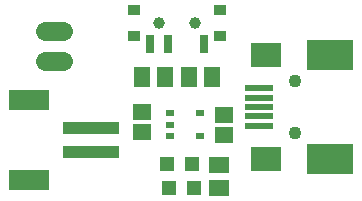
<source format=gts>
G75*
%MOIN*%
%OFA0B0*%
%FSLAX24Y24*%
%IPPOS*%
%LPD*%
%AMOC8*
5,1,8,0,0,1.08239X$1,22.5*
%
%ADD10R,0.0276X0.0237*%
%ADD11R,0.0552X0.0670*%
%ADD12R,0.0670X0.0552*%
%ADD13R,0.0631X0.0552*%
%ADD14R,0.0512X0.0512*%
%ADD15R,0.1851X0.0434*%
%ADD16R,0.1379X0.0670*%
%ADD17R,0.0985X0.0827*%
%ADD18R,0.0949X0.0237*%
%ADD19R,0.1540X0.1040*%
%ADD20C,0.0434*%
%ADD21R,0.0434X0.0355*%
%ADD22R,0.0316X0.0631*%
%ADD23C,0.0394*%
%ADD24C,0.0634*%
D10*
X005718Y002759D03*
X005718Y003133D03*
X005718Y003507D03*
X006703Y003507D03*
X006703Y002759D03*
D11*
X006348Y004708D03*
X005522Y004708D03*
X004774Y004708D03*
X007096Y004708D03*
D12*
X007352Y001774D03*
X007352Y001026D03*
D13*
X007510Y002798D03*
X007510Y003467D03*
X004754Y003546D03*
X004754Y002877D03*
D14*
X005600Y001834D03*
X006427Y001834D03*
X006506Y001007D03*
X005679Y001007D03*
D15*
X003061Y002227D03*
X003061Y003015D03*
D16*
X001014Y001282D03*
X001014Y003960D03*
D17*
X008888Y005456D03*
X008888Y001991D03*
D18*
X008666Y003093D03*
X008666Y003408D03*
X008666Y003723D03*
X008666Y004038D03*
X008666Y004353D03*
D19*
X011053Y005456D03*
X011053Y001991D03*
D20*
X009872Y002857D03*
X009872Y004589D03*
D21*
X007372Y006086D03*
X007372Y006952D03*
X004498Y006952D03*
X004498Y006086D03*
D22*
X005049Y005830D03*
X005640Y005830D03*
X006821Y005830D03*
D23*
X006526Y006519D03*
X005344Y006519D03*
D24*
X002137Y006271D02*
X001544Y006271D01*
X001544Y005271D02*
X002137Y005271D01*
M02*

</source>
